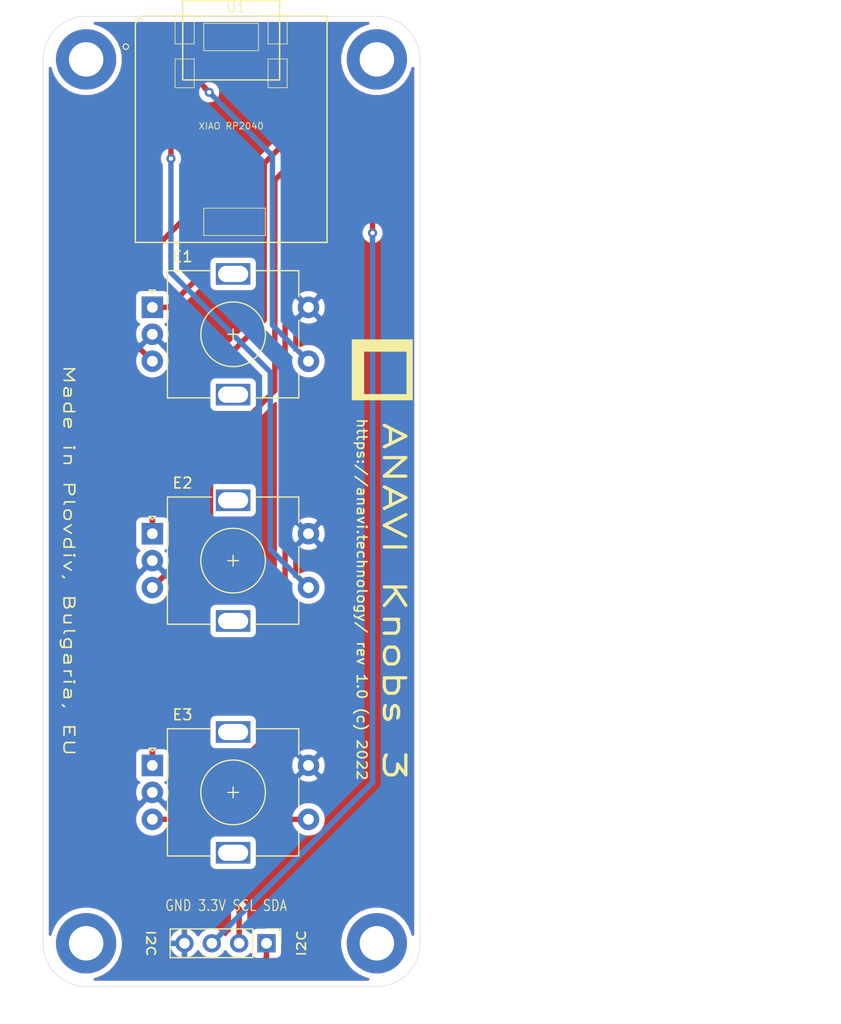
<source format=kicad_pcb>
(kicad_pcb (version 20171130) (host pcbnew 5.1.5+dfsg1-2build2)
  (layers (0 F.Cu signal) (31 B.Cu signal) (34 B.Paste user) (35 F.Paste user) (36 B.SilkS user) (37 F.SilkS user) (38 B.Mask user) (39 F.Mask user) (44 Edge.Cuts user))
  (net 0 "")
  (net 1 "Net-(E1-PadS1)")
  (net 2 GND)
  (net 3 "Net-(E1-PadB)")
  (net 4 "Net-(E1-PadA)")
  (net 5 "Net-(E2-PadA)")
  (net 6 "Net-(E2-PadB)")
  (net 7 "Net-(E2-PadS1)")
  (net 8 "Net-(E3-PadS1)")
  (net 9 "Net-(E3-PadB)")
  (net 10 "Net-(E3-PadA)")
  (net 11 "Net-(J1-Pad1)")
  (net 12 "Net-(J1-Pad2)")
  (net 13 +3V3)
  (module logo:anavi-logo (layer F.Cu) (at 140.5 79.3 270)
    (fp_text reference G*** hide)
    (fp_text value LOGO hide)
    (fp_poly (pts (xy 2.822222 2.822222) (xy -2.822222 2.822222) (xy -2.822222 -2.257778) (xy -1.693333 -2.257778) (xy -1.693333 1.693334) (xy 2.257778 1.693334) (xy 2.257778 -2.257778) (xy -1.693333 -2.257778) (xy -2.822222 -2.257778) (xy -2.822222 -2.822222) (xy 2.822222 -2.822222) (xy 2.822222 2.822222)) (layer F.SilkS) (width 0.01))
  )
  (module MountingHole:MountingHole_3.2mm_M3_DIN965_Pad (layer F.Cu) (at 113 132.5)
    (fp_text reference REF** hide)
    (fp_text value MountingHole_3.2mm_M3_DIN965_Pad hide)
    (pad 4 thru_hole circle (at 0 0) (size 5.6 5.6) (drill 3.2) (layers *.Cu *.Mask))
  )
  (module MountingHole:MountingHole_3.2mm_M3_DIN965_Pad (layer F.Cu) (at 140 132.5)
    (fp_text reference REF** hide)
    (fp_text value MountingHole_3.2mm_M3_DIN965_Pad hide)
    (pad 3 thru_hole circle (at 0 0) (size 5.6 5.6) (drill 3.2) (layers *.Cu *.Mask))
  )
  (module MountingHole:MountingHole_3.2mm_M3_DIN965_Pad (layer F.Cu) (at 113 50.5)
    (fp_text reference REF** hide)
    (fp_text value MountingHole_3.2mm_M3_DIN965_Pad hide)
    (pad 1 thru_hole circle (at 0 0) (size 5.6 5.6) (drill 3.2) (layers *.Cu *.Mask))
  )
  (module MountingHole:MountingHole_3.2mm_M3_DIN965_Pad (layer F.Cu) (at 140 50.5)
    (fp_text reference REF** hide)
    (fp_text value MountingHole_3.2mm_M3_DIN965_Pad hide)
    (pad 2 thru_hole circle (at 0 0) (size 5.6 5.6) (drill 3.2) (layers *.Cu *.Mask))
  )
  (module Rotary_Encoder:RotaryEncoder_Alps_EC11E-Switch_Vertical_H20mm (layer F.Cu) (at 119.15 73.5)
    (fp_text reference E1 (at 2.8 -4.7) (layer F.SilkS))
    (fp_text value Rotary_Encoder_Switch)
    (fp_line (start 7 2.5) (end 8 2.5) (layer F.SilkS) (width 0.12))
    (fp_line (start 7.5 2) (end 7.5 3) (layer F.SilkS) (width 0.12))
    (fp_line (start 13.6 6) (end 13.6 8.4) (layer F.SilkS) (width 0.12))
    (fp_line (start 13.6 1.2) (end 13.6 3.8) (layer F.SilkS) (width 0.12))
    (fp_line (start 13.6 -3.4) (end 13.6 -1) (layer F.SilkS) (width 0.12))
    (fp_line (start 0.3 -1.6) (end 0 -1.3) (layer F.SilkS) (width 0.12))
    (fp_line (start -0.3 -1.6) (end 0.3 -1.6) (layer F.SilkS) (width 0.12))
    (fp_line (start 0 -1.3) (end -0.3 -1.6) (layer F.SilkS) (width 0.12))
    (fp_line (start 1.4 -3.4) (end 1.4 8.4) (layer F.SilkS) (width 0.12))
    (fp_line (start 5.5 -3.4) (end 1.4 -3.4) (layer F.SilkS) (width 0.12))
    (fp_line (start 5.5 8.4) (end 1.4 8.4) (layer F.SilkS) (width 0.12))
    (fp_line (start 13.6 8.4) (end 9.5 8.4) (layer F.SilkS) (width 0.12))
    (fp_line (start 9.5 -3.4) (end 13.6 -3.4) (layer F.SilkS) (width 0.12))
    (fp_circle (center 7.5 2.5) (end 10.5 2.5) (layer F.SilkS) (width 0.12))
    (pad S1 thru_hole circle (at 14.5 5) (size 2 2) (drill 1) (layers *.Cu *.Mask) (net 1 "Net-(E1-PadS1)"))
    (pad S2 thru_hole circle (at 14.5 0) (size 2 2) (drill 1) (layers *.Cu *.Mask) (net 2 GND))
    (pad MP thru_hole rect (at 7.5 8.1) (size 3.2 2) (drill oval 2.8 1.5) (layers *.Cu *.Mask))
    (pad MP thru_hole rect (at 7.5 -3.1) (size 3.2 2) (drill oval 2.8 1.5) (layers *.Cu *.Mask))
    (pad B thru_hole circle (at 0 5) (size 2 2) (drill 1) (layers *.Cu *.Mask) (net 3 "Net-(E1-PadB)"))
    (pad C thru_hole circle (at 0 2.5) (size 2 2) (drill 1) (layers *.Cu *.Mask) (net 2 GND))
    (pad A thru_hole rect (at 0 0) (size 2 2) (drill 1) (layers *.Cu *.Mask) (net 4 "Net-(E1-PadA)"))
  )
  (module Rotary_Encoder:RotaryEncoder_Alps_EC11E-Switch_Vertical_H20mm (layer F.Cu) (at 119.15 94.5)
    (fp_text reference E2 (at 2.8 -4.7) (layer F.SilkS))
    (fp_text value Rotary_Encoder_Switch)
    (fp_circle (center 7.5 2.5) (end 10.5 2.5) (layer F.SilkS) (width 0.12))
    (fp_line (start 9.5 -3.4) (end 13.6 -3.4) (layer F.SilkS) (width 0.12))
    (fp_line (start 13.6 8.4) (end 9.5 8.4) (layer F.SilkS) (width 0.12))
    (fp_line (start 5.5 8.4) (end 1.4 8.4) (layer F.SilkS) (width 0.12))
    (fp_line (start 5.5 -3.4) (end 1.4 -3.4) (layer F.SilkS) (width 0.12))
    (fp_line (start 1.4 -3.4) (end 1.4 8.4) (layer F.SilkS) (width 0.12))
    (fp_line (start 0 -1.3) (end -0.3 -1.6) (layer F.SilkS) (width 0.12))
    (fp_line (start -0.3 -1.6) (end 0.3 -1.6) (layer F.SilkS) (width 0.12))
    (fp_line (start 0.3 -1.6) (end 0 -1.3) (layer F.SilkS) (width 0.12))
    (fp_line (start 13.6 -3.4) (end 13.6 -1) (layer F.SilkS) (width 0.12))
    (fp_line (start 13.6 1.2) (end 13.6 3.8) (layer F.SilkS) (width 0.12))
    (fp_line (start 13.6 6) (end 13.6 8.4) (layer F.SilkS) (width 0.12))
    (fp_line (start 7.5 2) (end 7.5 3) (layer F.SilkS) (width 0.12))
    (fp_line (start 7 2.5) (end 8 2.5) (layer F.SilkS) (width 0.12))
    (pad A thru_hole rect (at 0 0) (size 2 2) (drill 1) (layers *.Cu *.Mask) (net 5 "Net-(E2-PadA)"))
    (pad C thru_hole circle (at 0 2.5) (size 2 2) (drill 1) (layers *.Cu *.Mask) (net 2 GND))
    (pad B thru_hole circle (at 0 5) (size 2 2) (drill 1) (layers *.Cu *.Mask) (net 6 "Net-(E2-PadB)"))
    (pad MP thru_hole rect (at 7.5 -3.1) (size 3.2 2) (drill oval 2.8 1.5) (layers *.Cu *.Mask))
    (pad MP thru_hole rect (at 7.5 8.1) (size 3.2 2) (drill oval 2.8 1.5) (layers *.Cu *.Mask))
    (pad S2 thru_hole circle (at 14.5 0) (size 2 2) (drill 1) (layers *.Cu *.Mask) (net 2 GND))
    (pad S1 thru_hole circle (at 14.5 5) (size 2 2) (drill 1) (layers *.Cu *.Mask) (net 7 "Net-(E2-PadS1)"))
  )
  (module Rotary_Encoder:RotaryEncoder_Alps_EC11E-Switch_Vertical_H20mm (layer F.Cu) (at 119.15 116)
    (fp_text reference E3 (at 2.8 -4.7) (layer F.SilkS))
    (fp_text value Rotary_Encoder_Switch)
    (fp_line (start 7 2.5) (end 8 2.5) (layer F.SilkS) (width 0.12))
    (fp_line (start 7.5 2) (end 7.5 3) (layer F.SilkS) (width 0.12))
    (fp_line (start 13.6 6) (end 13.6 8.4) (layer F.SilkS) (width 0.12))
    (fp_line (start 13.6 1.2) (end 13.6 3.8) (layer F.SilkS) (width 0.12))
    (fp_line (start 13.6 -3.4) (end 13.6 -1) (layer F.SilkS) (width 0.12))
    (fp_line (start 0.3 -1.6) (end 0 -1.3) (layer F.SilkS) (width 0.12))
    (fp_line (start -0.3 -1.6) (end 0.3 -1.6) (layer F.SilkS) (width 0.12))
    (fp_line (start 0 -1.3) (end -0.3 -1.6) (layer F.SilkS) (width 0.12))
    (fp_line (start 1.4 -3.4) (end 1.4 8.4) (layer F.SilkS) (width 0.12))
    (fp_line (start 5.5 -3.4) (end 1.4 -3.4) (layer F.SilkS) (width 0.12))
    (fp_line (start 5.5 8.4) (end 1.4 8.4) (layer F.SilkS) (width 0.12))
    (fp_line (start 13.6 8.4) (end 9.5 8.4) (layer F.SilkS) (width 0.12))
    (fp_line (start 9.5 -3.4) (end 13.6 -3.4) (layer F.SilkS) (width 0.12))
    (fp_circle (center 7.5 2.5) (end 10.5 2.5) (layer F.SilkS) (width 0.12))
    (pad S1 thru_hole circle (at 14.5 5) (size 2 2) (drill 1) (layers *.Cu *.Mask) (net 8 "Net-(E3-PadS1)"))
    (pad S2 thru_hole circle (at 14.5 0) (size 2 2) (drill 1) (layers *.Cu *.Mask) (net 2 GND))
    (pad MP thru_hole rect (at 7.5 8.1) (size 3.2 2) (drill oval 2.8 1.5) (layers *.Cu *.Mask))
    (pad MP thru_hole rect (at 7.5 -3.1) (size 3.2 2) (drill oval 2.8 1.5) (layers *.Cu *.Mask))
    (pad B thru_hole circle (at 0 5) (size 2 2) (drill 1) (layers *.Cu *.Mask) (net 9 "Net-(E3-PadB)"))
    (pad C thru_hole circle (at 0 2.5) (size 2 2) (drill 1) (layers *.Cu *.Mask) (net 2 GND))
    (pad A thru_hole rect (at 0 0) (size 2 2) (drill 1) (layers *.Cu *.Mask) (net 10 "Net-(E3-PadA)"))
  )
  (module Connector_PinHeader_2.54mm:PinHeader_1x04_P2.54mm_Vertical (layer F.Cu) (at 129.75 132.5 270)
    (fp_text reference I2C (at 0 -3.25 90) (layer F.SilkS) (effects (font (size 0.8 1))))
    (fp_text value Conn_01x04_Female hide)
    (fp_line (start -1.33 8.95) (end 1.33 8.95) (layer F.SilkS) (width 0.12))
    (fp_line (start -1.33 1.27) (end -1.33 8.95) (layer F.SilkS) (width 0.12))
    (fp_line (start 1.33 1.27) (end 1.33 8.95) (layer F.SilkS) (width 0.12))
    (fp_line (start -1.33 1.27) (end 1.33 1.27) (layer F.SilkS) (width 0.12))
    (fp_line (start -1.33 0) (end -1.33 -1.33) (layer F.SilkS) (width 0.12))
    (fp_line (start -1.33 -1.33) (end 0 -1.33) (layer F.SilkS) (width 0.12))
    (pad 1 thru_hole rect (at 0 0 270) (size 1.7 1.7) (drill 1) (layers *.Cu *.Mask) (net 11 "Net-(J1-Pad1)"))
    (pad 2 thru_hole oval (at 0 2.54 270) (size 1.7 1.7) (drill 1) (layers *.Cu *.Mask) (net 12 "Net-(J1-Pad2)"))
    (pad 3 thru_hole oval (at 0 5.08 270) (size 1.7 1.7) (drill 1) (layers *.Cu *.Mask) (net 13 +3V3))
    (pad 4 thru_hole oval (at 0 7.62 270) (size 1.7 1.7) (drill 1) (layers *.Cu *.Mask) (net 2 GND))
  )
  (module "xiao:Seeeduino XIAO-MOUDLE14P-2.54-21X17.8MM" (layer F.Cu) (at 117.575 67.475)
    (fp_text reference U1 (at 9.3345 -21.7805) (layer F.SilkS) (effects (font (size 0.889 0.889) (thickness 0.1016))))
    (fp_text value "XIAO RP2040" (at 8.89 -10.795) (layer F.SilkS) (effects (font (size 0.6096 0.6096) (thickness 0.0762))))
    (fp_circle (center -0.889 -18.161) (end -0.889 -18.415) (layer F.SilkS) (width 0.1))
    (fp_line (start 4.3942 -15.06982) (end 4.3942 -22.42312) (layer F.SilkS) (width 0.127))
    (fp_line (start 13.39342 -15.06982) (end 4.3942 -15.06982) (layer F.SilkS) (width 0.127))
    (fp_line (start 13.39342 -22.42312) (end 13.39342 -15.06982) (layer F.SilkS) (width 0.127))
    (fp_line (start 4.39928 -22.42312) (end 13.39342 -22.42312) (layer F.SilkS) (width 0.127))
    (fp_line (start 0 -20.32762) (end 0 0) (layer F.SilkS) (width 0.127))
    (fp_line (start 0.67056 -20.99818) (end 0 -20.32762) (layer F.SilkS) (width 0.127))
    (fp_line (start 17.79778 -20.99818) (end 0.67056 -20.99818) (layer F.SilkS) (width 0.127))
    (fp_line (start 17.79778 0) (end 17.79778 -20.99818) (layer F.SilkS) (width 0.127))
    (fp_line (start 0 0) (end 17.79778 0) (layer F.SilkS) (width 0.127))
    (fp_line (start 12.319 -18.415) (end 12.319 -21.082) (layer F.SilkS) (width 0.06604))
    (fp_line (start 12.319 -21.082) (end 14.097 -21.082) (layer F.SilkS) (width 0.06604))
    (fp_line (start 14.097 -18.415) (end 14.097 -21.082) (layer F.SilkS) (width 0.06604))
    (fp_line (start 12.319 -18.415) (end 14.097 -18.415) (layer F.SilkS) (width 0.06604))
    (fp_line (start 12.319 -14.34846) (end 12.319 -17.018) (layer F.SilkS) (width 0.06604))
    (fp_line (start 12.319 -17.018) (end 14.097 -17.018) (layer F.SilkS) (width 0.06604))
    (fp_line (start 14.097 -14.34846) (end 14.097 -17.018) (layer F.SilkS) (width 0.06604))
    (fp_line (start 12.319 -14.34846) (end 14.097 -14.34846) (layer F.SilkS) (width 0.06604))
    (fp_line (start 3.683 -14.34846) (end 3.683 -17.018) (layer F.SilkS) (width 0.06604))
    (fp_line (start 3.683 -17.018) (end 5.461 -17.018) (layer F.SilkS) (width 0.06604))
    (fp_line (start 5.461 -14.34846) (end 5.461 -17.018) (layer F.SilkS) (width 0.06604))
    (fp_line (start 3.683 -14.34846) (end 5.461 -14.34846) (layer F.SilkS) (width 0.06604))
    (fp_line (start 3.683 -18.415) (end 3.683 -21.082) (layer F.SilkS) (width 0.06604))
    (fp_line (start 3.683 -21.082) (end 5.461 -21.082) (layer F.SilkS) (width 0.06604))
    (fp_line (start 5.461 -18.415) (end 5.461 -21.082) (layer F.SilkS) (width 0.06604))
    (fp_line (start 3.683 -18.415) (end 5.461 -18.415) (layer F.SilkS) (width 0.06604))
    (fp_line (start 6.35 -0.635) (end 6.35 -3.175) (layer F.SilkS) (width 0.06604))
    (fp_line (start 6.35 -3.175) (end 12.065 -3.175) (layer F.SilkS) (width 0.06604))
    (fp_line (start 12.065 -0.635) (end 12.065 -3.175) (layer F.SilkS) (width 0.06604))
    (fp_line (start 6.35 -0.635) (end 12.065 -0.635) (layer F.SilkS) (width 0.06604))
    (fp_line (start 6.35 -17.78) (end 6.35 -20.32) (layer F.SilkS) (width 0.06604))
    (fp_line (start 6.35 -20.32) (end 11.43 -20.32) (layer F.SilkS) (width 0.06604))
    (fp_line (start 11.43 -17.78) (end 11.43 -20.32) (layer F.SilkS) (width 0.06604))
    (fp_line (start 6.35 -17.78) (end 11.43 -17.78) (layer F.SilkS) (width 0.06604))
    (pad 14 smd oval (at 16.99768 -18.11782) (size 2.74828 1.99898) (layers F.Cu F.Paste F.Mask))
    (pad 13 smd oval (at 16.99768 -15.57782) (size 2.74828 1.99898) (layers F.Cu F.Paste F.Mask) (net 2 GND))
    (pad 12 smd oval (at 16.99768 -13.03782) (size 2.74828 1.99898) (layers F.Cu F.Paste F.Mask) (net 13 +3V3))
    (pad 11 smd oval (at 16.99768 -10.49782) (size 2.74828 1.99898) (layers F.Cu F.Paste F.Mask) (net 5 "Net-(E2-PadA)"))
    (pad 10 smd oval (at 16.99768 -7.95782) (size 2.74828 1.99898) (layers F.Cu F.Paste F.Mask) (net 6 "Net-(E2-PadB)"))
    (pad 9 smd oval (at 16.99768 -5.41782) (size 2.74828 1.99898) (layers F.Cu F.Paste F.Mask) (net 10 "Net-(E3-PadA)"))
    (pad 8 smd oval (at 16.99768 -2.87782) (size 2.74828 1.99898) (layers F.Cu F.Paste F.Mask) (net 9 "Net-(E3-PadB)"))
    (pad 7 smd oval (at 0.83312 -2.87782) (size 2.74828 1.99898) (layers F.Cu F.Paste F.Mask) (net 8 "Net-(E3-PadS1)"))
    (pad 6 smd oval (at 0.83312 -5.41782) (size 2.74828 1.99898) (layers F.Cu F.Paste F.Mask) (net 12 "Net-(J1-Pad2)"))
    (pad 5 smd oval (at 0.83312 -7.95782) (size 2.74828 1.99898) (layers F.Cu F.Paste F.Mask) (net 11 "Net-(J1-Pad1)"))
    (pad 4 smd oval (at 0.83312 -10.49782) (size 2.74828 1.99898) (layers F.Cu F.Paste F.Mask) (net 7 "Net-(E2-PadS1)"))
    (pad 3 smd oval (at 0.83312 -13.03782) (size 2.74828 1.99898) (layers F.Cu F.Paste F.Mask) (net 3 "Net-(E1-PadB)"))
    (pad 2 smd oval (at 0.83312 -15.57782) (size 2.74828 1.99898) (layers F.Cu F.Paste F.Mask) (net 4 "Net-(E1-PadA)"))
    (pad 1 smd oval (at 0.83312 -18.11782) (size 2.74828 1.99898) (layers F.Cu F.Paste F.Mask) (net 1 "Net-(E1-PadS1)"))
    (pad 15 smd oval (at 7.7 -1.8 90) (size 2.032 1.016) (layers F.Cu F.Paste F.Mask))
    (pad 16 smd oval (at 10.25 -1.8 90) (size 2.032 1.016) (layers F.Cu F.Paste F.Mask))
    (pad 17 smd circle (at 7.698803 -18.804187 90) (size 1.143 1.143) (layers F.Cu F.Paste F.Mask))
    (pad 18 smd circle (at 10.238803 -18.804187 90) (size 1.143 1.143) (layers F.Cu F.Paste F.Mask))
    (pad 19 smd circle (at 7.698803 -16.264187 90) (size 1.143 1.143) (layers F.Cu F.Paste F.Mask))
    (pad 20 smd circle (at 10.238803 -16.264187 90) (size 1.143 1.143) (layers F.Cu F.Paste F.Mask))
  )
  (gr_line (start 109 50.5) (end 109 132.5) (layer Edge.Cuts) (width 0.05))
  (gr_line (start 144 50.5) (end 144 132.5) (layer Edge.Cuts) (width 0.05))
  (gr_text "Made in Plovdiv, Bulgaria, EU" (at 111.4 97 270) (layer F.SilkS) (effects (font (size 1 1.6))))
  (gr_text "https://anavi.technology/ rev 1.0 (c) 2022" (at 138.6 100.6 270) (layer F.SilkS) (effects (font (size 0.9 1))))
  (gr_text "ANAVI Knobs 3" (at 141.6 100.8 270) (layer F.SilkS) (effects (font (size 2 3) (thickness 0.3))))
  (gr_text I2C (at 119 132.5 270) (layer F.SilkS) (effects (font (size 0.8 1))))
  (gr_text "GND 3.3V SCL SDA" (at 126 129) (layer F.SilkS) (effects (font (size 1 0.8) (thickness 0.1))))
  (gr_line (start 140 136.5) (end 113 136.5) (layer Edge.Cuts) (width 0.05))
  (gr_line (start 113 46.5) (end 140 46.5) (layer Edge.Cuts) (width 0.05))
  (gr_arc (start 140 50.5) (end 144 50.5) (angle -90) (layer Edge.Cuts) (width 0.05))
  (gr_arc (start 113 50.5) (end 113 46.5) (angle -90) (layer Edge.Cuts) (width 0.05))
  (gr_arc (start 140 132.5) (end 140 136.5) (angle -90) (layer Edge.Cuts) (width 0.05))
  (gr_arc (start 113 132.5) (end 109 132.5) (angle -90) (layer Edge.Cuts) (width 0.05))
  (via (at 124.425 53.55) (size 0.85) (drill 0.4) (layers F.Cu B.Cu) (net 1))
  (segment (start 120.28226 49.35718) (end 118.40812 49.35718) (width 0.5) (layer F.Cu) (net 1))
  (segment (start 124.000001 53.074921) (end 120.28226 49.35718) (width 0.5) (layer F.Cu) (net 1))
  (segment (start 124.000001 53.125001) (end 124.000001 53.074921) (width 0.5) (layer F.Cu) (net 1))
  (segment (start 124.425 53.55) (end 124.000001 53.125001) (width 0.5) (layer F.Cu) (net 1))
  (segment (start 133.65 78.5) (end 130.3 75.15) (width 0.5) (layer B.Cu) (net 1))
  (segment (start 130.3 59.425) (end 124.425 53.55) (width 0.5) (layer B.Cu) (net 1))
  (segment (start 130.3 75.15) (end 130.3 59.425) (width 0.5) (layer B.Cu) (net 1))
  (segment (start 120.28226 54.43718) (end 122.175 56.32992) (width 0.5) (layer F.Cu) (net 3))
  (segment (start 118.40812 54.43718) (end 120.28226 54.43718) (width 0.5) (layer F.Cu) (net 3))
  (segment (start 122.175 56.32992) (end 122.175 65.225) (width 0.5) (layer F.Cu) (net 3))
  (segment (start 122.175 65.225) (end 117 70.4) (width 0.5) (layer F.Cu) (net 3))
  (segment (start 117 76.35) (end 119.15 78.5) (width 0.5) (layer F.Cu) (net 3))
  (segment (start 117 70.4) (end 117 76.35) (width 0.5) (layer F.Cu) (net 3))
  (segment (start 118.40812 51.89718) (end 120.28226 51.89718) (width 0.5) (layer F.Cu) (net 4))
  (segment (start 120.28226 51.89718) (end 123.675 55.28992) (width 0.5) (layer F.Cu) (net 4))
  (segment (start 120.65 73.5) (end 119.15 73.5) (width 0.5) (layer F.Cu) (net 4))
  (segment (start 123.675 70.475) (end 120.65 73.5) (width 0.5) (layer F.Cu) (net 4))
  (segment (start 123.675 55.28992) (end 123.675 70.475) (width 0.5) (layer F.Cu) (net 4))
  (segment (start 134.57268 56.97718) (end 132.69854 56.97718) (width 0.5) (layer F.Cu) (net 5))
  (segment (start 119.15 94.5) (end 119.15 85.05) (width 0.5) (layer F.Cu) (net 5))
  (segment (start 129.53786 74.66214) (end 129.53786 60.13786) (width 0.5) (layer F.Cu) (net 5))
  (segment (start 119.15 85.05) (end 129.53786 74.66214) (width 0.5) (layer F.Cu) (net 5))
  (segment (start 129.53786 60.13786) (end 129.45 60.22572) (width 0.5) (layer F.Cu) (net 5))
  (segment (start 132.69854 56.97718) (end 129.53786 60.13786) (width 0.5) (layer F.Cu) (net 5))
  (segment (start 130.525 61.69072) (end 132.69854 59.51718) (width 0.5) (layer F.Cu) (net 6))
  (segment (start 132.69854 59.51718) (end 134.57268 59.51718) (width 0.5) (layer F.Cu) (net 6))
  (segment (start 124.549999 87.200003) (end 130.525 81.225002) (width 0.5) (layer F.Cu) (net 6))
  (segment (start 124.549999 94.100001) (end 124.549999 87.200003) (width 0.5) (layer F.Cu) (net 6))
  (segment (start 130.525 81.225002) (end 130.525 61.69072) (width 0.5) (layer F.Cu) (net 6))
  (segment (start 119.15 99.5) (end 124.549999 94.100001) (width 0.5) (layer F.Cu) (net 6))
  (via (at 120.875 59.7) (size 0.85) (drill 0.4) (layers F.Cu B.Cu) (net 7))
  (segment (start 120.28226 56.97718) (end 118.40812 56.97718) (width 0.5) (layer F.Cu) (net 7))
  (segment (start 120.875 57.56992) (end 120.28226 56.97718) (width 0.5) (layer F.Cu) (net 7))
  (segment (start 120.875 59.7) (end 120.875 57.56992) (width 0.5) (layer F.Cu) (net 7))
  (segment (start 120.875 59.7) (end 120.875 70.275) (width 0.5) (layer B.Cu) (net 7))
  (segment (start 120.875 70.275) (end 130.1 79.5) (width 0.5) (layer B.Cu) (net 7))
  (segment (start 130.1 95.95) (end 133.65 99.5) (width 0.5) (layer B.Cu) (net 7))
  (segment (start 130.1 79.5) (end 130.1 95.95) (width 0.5) (layer B.Cu) (net 7))
  (segment (start 133.65 121) (end 125.1 121) (width 0.5) (layer F.Cu) (net 8))
  (segment (start 125.1 121) (end 121.8 124.3) (width 0.5) (layer F.Cu) (net 8))
  (segment (start 121.8 124.3) (end 119.4 124.3) (width 0.5) (layer F.Cu) (net 8))
  (segment (start 119.4 124.3) (end 115.8 120.7) (width 0.5) (layer F.Cu) (net 8))
  (segment (start 116.53398 64.59718) (end 118.40812 64.59718) (width 0.5) (layer F.Cu) (net 8))
  (segment (start 115.8 65.33116) (end 116.53398 64.59718) (width 0.5) (layer F.Cu) (net 8))
  (segment (start 115.8 120.7) (end 115.8 65.33116) (width 0.5) (layer F.Cu) (net 8))
  (segment (start 122.050002 121) (end 136.4 106.650002) (width 0.5) (layer F.Cu) (net 9))
  (segment (start 119.15 121) (end 122.050002 121) (width 0.5) (layer F.Cu) (net 9))
  (segment (start 134.57268 66.09667) (end 134.57268 64.59718) (width 0.5) (layer F.Cu) (net 9))
  (segment (start 136.4 67.92399) (end 134.57268 66.09667) (width 0.5) (layer F.Cu) (net 9))
  (segment (start 136.4 106.650002) (end 136.4 67.92399) (width 0.5) (layer F.Cu) (net 9))
  (segment (start 132.69854 62.05718) (end 134.57268 62.05718) (width 0.5) (layer F.Cu) (net 10))
  (segment (start 131.475 63.28072) (end 132.69854 62.05718) (width 0.5) (layer F.Cu) (net 10))
  (segment (start 131.475 102.175) (end 131.475 63.28072) (width 0.5) (layer F.Cu) (net 10))
  (segment (start 119.15 114.5) (end 131.475 102.175) (width 0.5) (layer F.Cu) (net 10))
  (segment (start 119.15 116) (end 119.15 114.5) (width 0.5) (layer F.Cu) (net 10))
  (segment (start 118.40812 59.51718) (end 118.013306 59.51718) (width 0.5) (layer F.Cu) (net 11))
  (segment (start 118.40812 59.51718) (end 116.53398 59.51718) (width 0.5) (layer F.Cu) (net 11))
  (segment (start 113 61.2) (end 114.68282 59.51718) (width 0.5) (layer F.Cu) (net 11))
  (segment (start 113 125.368002) (end 113 61.2) (width 0.5) (layer F.Cu) (net 11))
  (segment (start 117.2 129.568002) (end 113 125.368002) (width 0.5) (layer F.Cu) (net 11))
  (segment (start 114.68282 59.51718) (end 118.40812 59.51718) (width 0.5) (layer F.Cu) (net 11))
  (segment (start 117.2 133.3) (end 117.2 129.568002) (width 0.5) (layer F.Cu) (net 11))
  (segment (start 118.8 134.9) (end 117.2 133.3) (width 0.5) (layer F.Cu) (net 11))
  (segment (start 129.75 133.85) (end 128.7 134.9) (width 0.5) (layer F.Cu) (net 11))
  (segment (start 128.7 134.9) (end 118.8 134.9) (width 0.5) (layer F.Cu) (net 11))
  (segment (start 129.75 132.5) (end 129.75 133.85) (width 0.5) (layer F.Cu) (net 11))
  (segment (start 114.3 122.2) (end 119.6 127.5) (width 0.5) (layer F.Cu) (net 12))
  (segment (start 114.3 64.29116) (end 114.3 122.2) (width 0.5) (layer F.Cu) (net 12))
  (segment (start 116.53398 62.05718) (end 114.3 64.29116) (width 0.5) (layer F.Cu) (net 12))
  (segment (start 118.40812 62.05718) (end 116.53398 62.05718) (width 0.5) (layer F.Cu) (net 12))
  (segment (start 119.6 127.5) (end 125.4 127.5) (width 0.5) (layer F.Cu) (net 12))
  (segment (start 127.21 129.31) (end 127.21 132.5) (width 0.5) (layer F.Cu) (net 12))
  (segment (start 125.4 127.5) (end 127.21 129.31) (width 0.5) (layer F.Cu) (net 12))
  (via (at 139.6 66.6) (size 0.85) (drill 0.4) (layers F.Cu B.Cu) (net 13))
  (segment (start 139.6 57.59036) (end 139.6 66.6) (width 0.5) (layer F.Cu) (net 13))
  (segment (start 136.44682 54.43718) (end 139.6 57.59036) (width 0.5) (layer F.Cu) (net 13))
  (segment (start 134.57268 54.43718) (end 136.44682 54.43718) (width 0.5) (layer F.Cu) (net 13))
  (segment (start 139.6 67.20104) (end 139.6 66.6) (width 0.5) (layer B.Cu) (net 13))
  (segment (start 124.67 132.5) (end 124.67 133.041998) (width 0.5) (layer B.Cu) (net 13))
  (segment (start 139.6 117.57) (end 124.67 132.5) (width 0.5) (layer B.Cu) (net 13))
  (segment (start 139.6 66.6) (end 139.6 117.57) (width 0.5) (layer B.Cu) (net 13))
  (zone (net 2) (net_name GND) (layer F.Cu) (connect_pads (clearance 0.508)) (min_thickness 0.254) (fill yes (arc_segments 32) (thermal_gap 0.508) (thermal_bridge_width 0.508))
    (polygon (pts (xy 150 140) (xy 105 140) (xy 105 45) (xy 150 45)))
  )
  (zone (net 2) (net_name GND) (layer B.Cu) (connect_pads (clearance 0.508)) (min_thickness 0.254) (fill yes (arc_segments 32) (thermal_gap 0.508) (thermal_bridge_width 0.508))
    (polygon (pts (xy 150 140) (xy 105 140) (xy 105 45) (xy 150 45)))
  )
)
</source>
